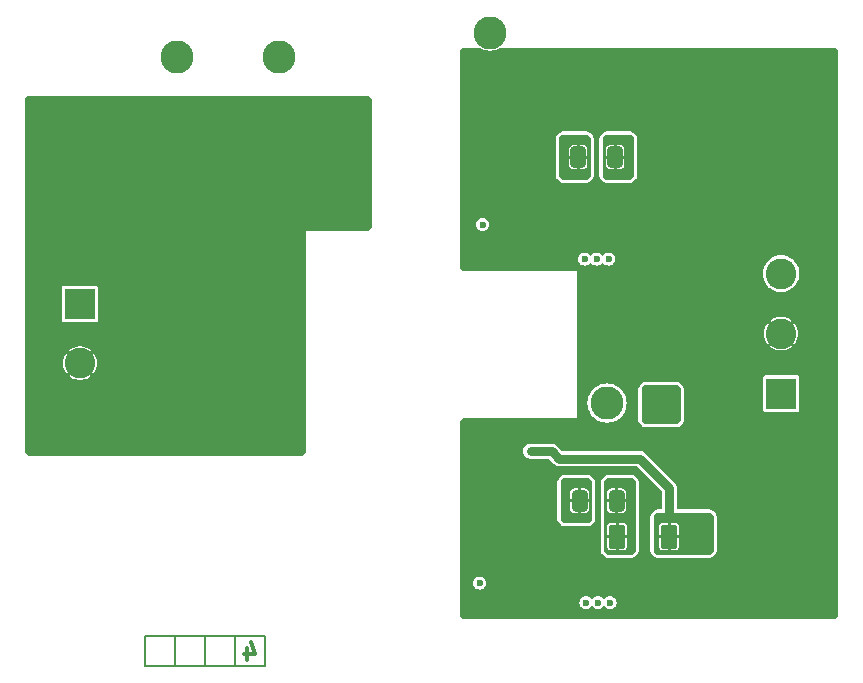
<source format=gbr>
G04 #@! TF.GenerationSoftware,KiCad,Pcbnew,8.0.6*
G04 #@! TF.CreationDate,2024-12-01T22:00:57+01:00*
G04 #@! TF.ProjectId,UCC25800,55434332-3538-4303-902e-6b696361645f,rev?*
G04 #@! TF.SameCoordinates,Original*
G04 #@! TF.FileFunction,Copper,L4,Bot*
G04 #@! TF.FilePolarity,Positive*
%FSLAX46Y46*%
G04 Gerber Fmt 4.6, Leading zero omitted, Abs format (unit mm)*
G04 Created by KiCad (PCBNEW 8.0.6) date 2024-12-01 22:00:57*
%MOMM*%
%LPD*%
G01*
G04 APERTURE LIST*
G04 Aperture macros list*
%AMRoundRect*
0 Rectangle with rounded corners*
0 $1 Rounding radius*
0 $2 $3 $4 $5 $6 $7 $8 $9 X,Y pos of 4 corners*
0 Add a 4 corners polygon primitive as box body*
4,1,4,$2,$3,$4,$5,$6,$7,$8,$9,$2,$3,0*
0 Add four circle primitives for the rounded corners*
1,1,$1+$1,$2,$3*
1,1,$1+$1,$4,$5*
1,1,$1+$1,$6,$7*
1,1,$1+$1,$8,$9*
0 Add four rect primitives between the rounded corners*
20,1,$1+$1,$2,$3,$4,$5,0*
20,1,$1+$1,$4,$5,$6,$7,0*
20,1,$1+$1,$6,$7,$8,$9,0*
20,1,$1+$1,$8,$9,$2,$3,0*%
G04 Aperture macros list end*
G04 #@! TA.AperFunction,NonConductor*
%ADD10C,0.200000*%
G04 #@! TD*
%ADD11C,0.300000*%
G04 #@! TA.AperFunction,NonConductor*
%ADD12C,0.300000*%
G04 #@! TD*
G04 #@! TA.AperFunction,ComponentPad*
%ADD13C,2.800000*%
G04 #@! TD*
G04 #@! TA.AperFunction,ComponentPad*
%ADD14R,2.600000X2.600000*%
G04 #@! TD*
G04 #@! TA.AperFunction,ComponentPad*
%ADD15C,2.600000*%
G04 #@! TD*
G04 #@! TA.AperFunction,HeatsinkPad*
%ADD16C,0.600000*%
G04 #@! TD*
G04 #@! TA.AperFunction,HeatsinkPad*
%ADD17R,1.570000X1.890000*%
G04 #@! TD*
G04 #@! TA.AperFunction,SMDPad,CuDef*
%ADD18RoundRect,0.250000X0.412500X0.650000X-0.412500X0.650000X-0.412500X-0.650000X0.412500X-0.650000X0*%
G04 #@! TD*
G04 #@! TA.AperFunction,SMDPad,CuDef*
%ADD19RoundRect,0.250000X0.450000X0.800000X-0.450000X0.800000X-0.450000X-0.800000X0.450000X-0.800000X0*%
G04 #@! TD*
G04 #@! TA.AperFunction,ViaPad*
%ADD20C,0.600000*%
G04 #@! TD*
G04 #@! TA.AperFunction,Conductor*
%ADD21C,0.762000*%
G04 #@! TD*
G04 APERTURE END LIST*
D10*
X135890000Y-115570000D02*
X138430000Y-115570000D01*
X138430000Y-118110000D01*
X135890000Y-118110000D01*
X135890000Y-115570000D01*
X138430000Y-115570000D02*
X140970000Y-115570000D01*
X140970000Y-118110000D01*
X138430000Y-118110000D01*
X138430000Y-115570000D01*
X130810000Y-115570000D02*
X133350000Y-115570000D01*
X133350000Y-118110000D01*
X130810000Y-118110000D01*
X130810000Y-115570000D01*
X133350000Y-115570000D02*
X135890000Y-115570000D01*
X135890000Y-118110000D01*
X133350000Y-118110000D01*
X133350000Y-115570000D01*
D11*
D12*
X139417032Y-116656828D02*
X139417032Y-117656828D01*
X139774174Y-116085400D02*
X140131317Y-117156828D01*
X140131317Y-117156828D02*
X139202746Y-117156828D01*
D13*
G04 #@! TO.P,TP4,1,1*
G04 #@! TO.N,GND*
X160020000Y-64516000D03*
G04 #@! TD*
G04 #@! TO.P,TP3,1,1*
G04 #@! TO.N,+24V*
X169926000Y-95885000D03*
G04 #@! TD*
D14*
G04 #@! TO.P,J1,1,Pin_1*
G04 #@! TO.N,Net-(J1-Pin_1)*
X125298000Y-87500000D03*
D15*
G04 #@! TO.P,J1,2,Pin_2*
G04 #@! TO.N,GNDS*
X125298000Y-92500000D03*
G04 #@! TD*
D14*
G04 #@! TO.P,J2,1,Pin_1*
G04 #@! TO.N,+18V*
X184658000Y-95080000D03*
D15*
G04 #@! TO.P,J2,2,Pin_2*
G04 #@! TO.N,GND*
X184658000Y-90000000D03*
G04 #@! TO.P,J2,3,Pin_3*
G04 #@! TO.N,-18V*
X184658000Y-84920000D03*
G04 #@! TD*
D13*
G04 #@! TO.P,TP1,1,1*
G04 #@! TO.N,Net-(U1-VCC)*
X133477000Y-66548000D03*
G04 #@! TD*
G04 #@! TO.P,TP2,1,1*
G04 #@! TO.N,GNDS*
X142113000Y-66548000D03*
G04 #@! TD*
D16*
G04 #@! TO.P,U1,9,GND*
G04 #@! TO.N,GNDS*
X138453000Y-94478000D03*
X138453000Y-95768000D03*
D17*
X138938000Y-95123000D03*
D16*
X139423000Y-94478000D03*
X139423000Y-95768000D03*
G04 #@! TD*
D18*
G04 #@! TO.P,C21,1*
G04 #@! TO.N,Net-(D4-A)*
X170726500Y-104140000D03*
G04 #@! TO.P,C21,2*
G04 #@! TO.N,Net-(U2-SW)*
X167601500Y-104140000D03*
G04 #@! TD*
G04 #@! TO.P,C22,1*
G04 #@! TO.N,Net-(D5-A)*
X170599500Y-75057000D03*
G04 #@! TO.P,C22,2*
G04 #@! TO.N,Net-(U4-SW)*
X167474500Y-75057000D03*
G04 #@! TD*
D19*
G04 #@! TO.P,D4,1,K*
G04 #@! TO.N,Net-(D4-K)*
X175174000Y-107188000D03*
G04 #@! TO.P,D4,2,A*
G04 #@! TO.N,Net-(D4-A)*
X170774000Y-107188000D03*
G04 #@! TD*
D20*
G04 #@! TO.N,GNDS*
X139954000Y-98806000D03*
X142875000Y-97917000D03*
X143637000Y-97155000D03*
X133350000Y-85598000D03*
X133350000Y-89154000D03*
X143637000Y-97917000D03*
X149479000Y-76327000D03*
X133350000Y-86614000D03*
X140843000Y-83947000D03*
X149479000Y-78359000D03*
X132334000Y-94107000D03*
X138938000Y-98806000D03*
X142875000Y-97155000D03*
X142875000Y-83947000D03*
X122428000Y-77470000D03*
X122428000Y-78486000D03*
X122428000Y-79502000D03*
X133350000Y-87630000D03*
X141859000Y-83947000D03*
X133350000Y-98298000D03*
X149479000Y-77343000D03*
X133350000Y-91186000D03*
X137922000Y-98806000D03*
X133350000Y-90170000D03*
G04 #@! TO.N,GND*
X174498000Y-86995000D03*
X159766000Y-81788000D03*
X174498000Y-85979000D03*
X174371000Y-68453000D03*
X163830000Y-110871000D03*
X188849000Y-105791000D03*
X161925000Y-76708000D03*
X174371000Y-69469000D03*
X176022000Y-79248000D03*
X174371000Y-80772000D03*
X175514000Y-85979000D03*
X186182000Y-71755000D03*
X185420000Y-110871000D03*
X178308000Y-79502000D03*
X185420000Y-109855000D03*
X169164000Y-99060000D03*
X174371000Y-82804000D03*
X187198000Y-71755000D03*
X174371000Y-110871000D03*
X188214000Y-71755000D03*
X173482000Y-85979000D03*
X163830000Y-111887000D03*
X188849000Y-103759000D03*
X174625000Y-100203000D03*
X173482000Y-86995000D03*
X175514000Y-84963000D03*
X161671000Y-106807000D03*
X163322000Y-102616000D03*
X175514000Y-86995000D03*
X185420000Y-111887000D03*
X174371000Y-109855000D03*
X175006000Y-79248000D03*
X168148000Y-99060000D03*
X174371000Y-81788000D03*
X163830000Y-109855000D03*
X163703000Y-82804000D03*
X163703000Y-81788000D03*
X159893000Y-112014000D03*
X173482000Y-84963000D03*
X163703000Y-68453000D03*
X159131000Y-104140000D03*
X163703000Y-67437000D03*
X174371000Y-67437000D03*
X188849000Y-104775000D03*
X177038000Y-79248000D03*
X174498000Y-84963000D03*
X170180000Y-99060000D03*
X163703000Y-80772000D03*
X159385000Y-73787000D03*
X163703000Y-69469000D03*
X174371000Y-111887000D03*
G04 #@! TO.N,+24V*
X175514000Y-96012000D03*
X175514000Y-94996000D03*
X173482000Y-97028000D03*
X173482000Y-96012000D03*
X175514000Y-97028000D03*
X170053000Y-83693000D03*
X174498000Y-96012000D03*
X174498000Y-94996000D03*
X168148000Y-112776000D03*
X174498000Y-97028000D03*
X173482000Y-94996000D03*
X169037000Y-83693000D03*
X170180000Y-112776000D03*
X169164000Y-112776000D03*
X159385000Y-80772000D03*
X168021000Y-83693000D03*
X159131000Y-111125000D03*
G04 #@! TO.N,Net-(D4-K)*
X178435000Y-107569000D03*
X163449000Y-99949000D03*
X177419000Y-106553000D03*
X178435000Y-106553000D03*
X177419000Y-107569000D03*
G04 #@! TO.N,Net-(D4-A)*
X171831000Y-104140000D03*
X171831000Y-105410000D03*
X171831000Y-102870000D03*
G04 #@! TO.N,Net-(U2-SW)*
X166497000Y-102870000D03*
X166497000Y-104140000D03*
X166497000Y-105410000D03*
G04 #@! TO.N,Net-(D5-A)*
X171704000Y-76327000D03*
X171704000Y-75057000D03*
X171704000Y-73787000D03*
G04 #@! TO.N,Net-(U4-SW)*
X166370000Y-73787000D03*
X166370000Y-75057000D03*
X166370000Y-76327000D03*
G04 #@! TD*
D21*
G04 #@! TO.N,Net-(D4-K)*
X163449000Y-99949000D02*
X165227000Y-99949000D01*
X165227000Y-99949000D02*
X165862000Y-100584000D01*
X175174000Y-103038000D02*
X175174000Y-105410000D01*
X172720000Y-100584000D02*
X175174000Y-103038000D01*
X165862000Y-100584000D02*
X172720000Y-100584000D01*
G04 #@! TD*
G04 #@! TA.AperFunction,Conductor*
G04 #@! TO.N,GNDS*
G36*
X149751306Y-69868306D02*
G01*
X149968694Y-70085694D01*
X149987000Y-70129888D01*
X149987000Y-81000112D01*
X149968694Y-81044306D01*
X149751306Y-81261694D01*
X149707112Y-81280000D01*
X144399000Y-81280000D01*
X144399000Y-81534000D01*
X144399000Y-100050112D01*
X144380694Y-100094306D01*
X144163306Y-100311694D01*
X144119112Y-100330000D01*
X120929888Y-100330000D01*
X120885694Y-100311694D01*
X120668306Y-100094306D01*
X120650000Y-100050112D01*
X120650000Y-92500000D01*
X123866109Y-92500000D01*
X123885638Y-92735682D01*
X123885640Y-92735692D01*
X123943689Y-92964921D01*
X123943694Y-92964936D01*
X124038690Y-93181507D01*
X124038692Y-93181510D01*
X124168036Y-93379484D01*
X124168040Y-93379489D01*
X124202005Y-93416386D01*
X124202006Y-93416387D01*
X124757436Y-92860957D01*
X124793112Y-92914351D01*
X124883649Y-93004888D01*
X124937041Y-93040563D01*
X124382145Y-93595458D01*
X124382146Y-93595459D01*
X124514828Y-93698730D01*
X124514830Y-93698731D01*
X124722815Y-93811287D01*
X124946491Y-93888075D01*
X125179758Y-93927000D01*
X125416242Y-93927000D01*
X125649508Y-93888075D01*
X125873183Y-93811287D01*
X125873184Y-93811287D01*
X126081170Y-93698730D01*
X126213853Y-93595458D01*
X125658958Y-93040563D01*
X125712351Y-93004888D01*
X125802888Y-92914351D01*
X125838563Y-92860957D01*
X126393992Y-93416386D01*
X126427964Y-93379483D01*
X126557307Y-93181510D01*
X126557309Y-93181507D01*
X126652305Y-92964936D01*
X126652310Y-92964921D01*
X126710359Y-92735692D01*
X126710361Y-92735682D01*
X126729890Y-92500000D01*
X126710361Y-92264317D01*
X126710359Y-92264307D01*
X126652310Y-92035078D01*
X126652305Y-92035063D01*
X126557309Y-91818492D01*
X126557307Y-91818489D01*
X126427963Y-91620515D01*
X126427959Y-91620510D01*
X126393993Y-91583612D01*
X126393992Y-91583611D01*
X125838562Y-92139040D01*
X125802888Y-92085649D01*
X125712351Y-91995112D01*
X125658957Y-91959435D01*
X126213853Y-91404540D01*
X126081171Y-91301269D01*
X126081169Y-91301268D01*
X125873184Y-91188712D01*
X125649508Y-91111924D01*
X125416242Y-91073000D01*
X125179758Y-91073000D01*
X124946491Y-91111924D01*
X124722816Y-91188712D01*
X124722815Y-91188712D01*
X124514833Y-91301266D01*
X124382145Y-91404540D01*
X124937041Y-91959436D01*
X124883649Y-91995112D01*
X124793112Y-92085649D01*
X124757436Y-92139041D01*
X124202006Y-91583611D01*
X124202004Y-91583612D01*
X124168040Y-91620509D01*
X124168035Y-91620516D01*
X124038692Y-91818489D01*
X124038690Y-91818492D01*
X123943694Y-92035063D01*
X123943689Y-92035078D01*
X123885640Y-92264307D01*
X123885638Y-92264317D01*
X123866109Y-92500000D01*
X120650000Y-92500000D01*
X120650000Y-86174932D01*
X123743500Y-86174932D01*
X123743500Y-88825064D01*
X123743501Y-88825068D01*
X123758265Y-88899299D01*
X123758267Y-88899303D01*
X123814515Y-88983484D01*
X123898697Y-89039733D01*
X123898699Y-89039734D01*
X123972933Y-89054500D01*
X126623066Y-89054499D01*
X126697301Y-89039734D01*
X126781484Y-88983484D01*
X126837734Y-88899301D01*
X126852500Y-88825067D01*
X126852499Y-86174934D01*
X126837734Y-86100699D01*
X126837732Y-86100696D01*
X126781484Y-86016515D01*
X126697302Y-85960266D01*
X126697300Y-85960265D01*
X126623067Y-85945500D01*
X123972935Y-85945500D01*
X123972931Y-85945501D01*
X123898700Y-85960265D01*
X123898696Y-85960267D01*
X123814515Y-86016515D01*
X123758266Y-86100697D01*
X123758265Y-86100699D01*
X123743500Y-86174932D01*
X120650000Y-86174932D01*
X120650000Y-70129888D01*
X120668306Y-70085694D01*
X120885694Y-69868306D01*
X120929888Y-69850000D01*
X149707112Y-69850000D01*
X149751306Y-69868306D01*
G37*
G04 #@! TD.AperFunction*
G04 #@! TD*
G04 #@! TA.AperFunction,Conductor*
G04 #@! TO.N,Net-(D5-A)*
G36*
X171976306Y-73170306D02*
G01*
X172193694Y-73387694D01*
X172212000Y-73431888D01*
X172212000Y-76682112D01*
X172193694Y-76726306D01*
X171976306Y-76943694D01*
X171932112Y-76962000D01*
X169824888Y-76962000D01*
X169780694Y-76943694D01*
X169563306Y-76726306D01*
X169545000Y-76682112D01*
X169545000Y-75742777D01*
X169810001Y-75742777D01*
X169820676Y-75816056D01*
X169820678Y-75816060D01*
X169875936Y-75929095D01*
X169964904Y-76018063D01*
X170077941Y-76073322D01*
X170151221Y-76083999D01*
X170472500Y-76083999D01*
X170726500Y-76083999D01*
X171047778Y-76083999D01*
X171121056Y-76073323D01*
X171121060Y-76073321D01*
X171234095Y-76018063D01*
X171323063Y-75929095D01*
X171378322Y-75816058D01*
X171389000Y-75742778D01*
X171389000Y-75184000D01*
X170726500Y-75184000D01*
X170726500Y-76083999D01*
X170472500Y-76083999D01*
X170472500Y-75184000D01*
X169810001Y-75184000D01*
X169810001Y-75742777D01*
X169545000Y-75742777D01*
X169545000Y-74371221D01*
X169810000Y-74371221D01*
X169810000Y-74930000D01*
X170472500Y-74930000D01*
X170726500Y-74930000D01*
X171388999Y-74930000D01*
X171388999Y-74371222D01*
X171378323Y-74297943D01*
X171378321Y-74297939D01*
X171323063Y-74184904D01*
X171234095Y-74095936D01*
X171121058Y-74040677D01*
X171047778Y-74030000D01*
X170726500Y-74030000D01*
X170726500Y-74930000D01*
X170472500Y-74930000D01*
X170472500Y-74030000D01*
X170151222Y-74030000D01*
X170077943Y-74040676D01*
X170077939Y-74040678D01*
X169964904Y-74095936D01*
X169875936Y-74184904D01*
X169820677Y-74297941D01*
X169810000Y-74371221D01*
X169545000Y-74371221D01*
X169545000Y-73431888D01*
X169563306Y-73387694D01*
X169780694Y-73170306D01*
X169824888Y-73152000D01*
X171932112Y-73152000D01*
X171976306Y-73170306D01*
G37*
G04 #@! TD.AperFunction*
G04 #@! TD*
G04 #@! TA.AperFunction,Conductor*
G04 #@! TO.N,Net-(D4-A)*
G36*
X172103306Y-102253306D02*
G01*
X172320694Y-102470694D01*
X172339000Y-102514888D01*
X172339000Y-108432112D01*
X172320694Y-108476306D01*
X172103306Y-108693694D01*
X172059112Y-108712000D01*
X169951888Y-108712000D01*
X169907694Y-108693694D01*
X169690306Y-108476306D01*
X169672000Y-108432112D01*
X169672000Y-108023777D01*
X169947001Y-108023777D01*
X169957676Y-108097056D01*
X169957678Y-108097060D01*
X170012936Y-108210095D01*
X170101904Y-108299063D01*
X170214941Y-108354322D01*
X170288221Y-108364999D01*
X170647000Y-108364999D01*
X170901000Y-108364999D01*
X171259778Y-108364999D01*
X171333056Y-108354323D01*
X171333060Y-108354321D01*
X171446095Y-108299063D01*
X171535063Y-108210095D01*
X171590322Y-108097058D01*
X171601000Y-108023778D01*
X171601000Y-107315000D01*
X170901000Y-107315000D01*
X170901000Y-108364999D01*
X170647000Y-108364999D01*
X170647000Y-107315000D01*
X169947001Y-107315000D01*
X169947001Y-108023777D01*
X169672000Y-108023777D01*
X169672000Y-106352221D01*
X169947000Y-106352221D01*
X169947000Y-107061000D01*
X170647000Y-107061000D01*
X170901000Y-107061000D01*
X171600999Y-107061000D01*
X171600999Y-106352222D01*
X171590323Y-106278943D01*
X171590321Y-106278939D01*
X171535063Y-106165904D01*
X171446095Y-106076936D01*
X171333058Y-106021677D01*
X171259778Y-106011000D01*
X170901000Y-106011000D01*
X170901000Y-107061000D01*
X170647000Y-107061000D01*
X170647000Y-106011000D01*
X170288222Y-106011000D01*
X170214943Y-106021676D01*
X170214939Y-106021678D01*
X170101904Y-106076936D01*
X170012936Y-106165904D01*
X169957677Y-106278941D01*
X169947000Y-106352221D01*
X169672000Y-106352221D01*
X169672000Y-104825777D01*
X169937001Y-104825777D01*
X169947676Y-104899056D01*
X169947678Y-104899060D01*
X170002936Y-105012095D01*
X170091904Y-105101063D01*
X170204941Y-105156322D01*
X170278221Y-105166999D01*
X170599500Y-105166999D01*
X170853500Y-105166999D01*
X171174778Y-105166999D01*
X171248056Y-105156323D01*
X171248060Y-105156321D01*
X171361095Y-105101063D01*
X171450063Y-105012095D01*
X171505322Y-104899058D01*
X171516000Y-104825778D01*
X171516000Y-104267000D01*
X170853500Y-104267000D01*
X170853500Y-105166999D01*
X170599500Y-105166999D01*
X170599500Y-104267000D01*
X169937001Y-104267000D01*
X169937001Y-104825777D01*
X169672000Y-104825777D01*
X169672000Y-103454221D01*
X169937000Y-103454221D01*
X169937000Y-104013000D01*
X170599500Y-104013000D01*
X170853500Y-104013000D01*
X171515999Y-104013000D01*
X171515999Y-103454222D01*
X171505323Y-103380943D01*
X171505321Y-103380939D01*
X171450063Y-103267904D01*
X171361095Y-103178936D01*
X171248058Y-103123677D01*
X171174778Y-103113000D01*
X170853500Y-103113000D01*
X170853500Y-104013000D01*
X170599500Y-104013000D01*
X170599500Y-103113000D01*
X170278222Y-103113000D01*
X170204943Y-103123676D01*
X170204939Y-103123678D01*
X170091904Y-103178936D01*
X170002936Y-103267904D01*
X169947677Y-103380941D01*
X169937000Y-103454221D01*
X169672000Y-103454221D01*
X169672000Y-102514888D01*
X169690306Y-102470694D01*
X169907694Y-102253306D01*
X169951888Y-102235000D01*
X172059112Y-102235000D01*
X172103306Y-102253306D01*
G37*
G04 #@! TD.AperFunction*
G04 #@! TD*
G04 #@! TA.AperFunction,Conductor*
G04 #@! TO.N,GND*
G36*
X159184984Y-65795210D02*
G01*
X159324614Y-65880774D01*
X159324617Y-65880776D01*
X159546668Y-65972752D01*
X159546677Y-65972755D01*
X159780388Y-66028864D01*
X159780392Y-66028865D01*
X160019996Y-66047722D01*
X160020004Y-66047722D01*
X160259607Y-66028865D01*
X160259611Y-66028864D01*
X160493322Y-65972755D01*
X160493331Y-65972752D01*
X160715382Y-65880776D01*
X160715385Y-65880774D01*
X160855016Y-65795210D01*
X160887672Y-65786000D01*
X189204112Y-65786000D01*
X189248306Y-65804306D01*
X189465694Y-66021694D01*
X189484000Y-66065888D01*
X189484000Y-113893112D01*
X189465694Y-113937306D01*
X189248306Y-114154694D01*
X189204112Y-114173000D01*
X157759888Y-114173000D01*
X157715694Y-114154694D01*
X157498306Y-113937306D01*
X157480000Y-113893112D01*
X157480000Y-112775998D01*
X167588715Y-112775998D01*
X167588715Y-112776001D01*
X167607770Y-112920747D01*
X167607771Y-112920753D01*
X167607772Y-112920754D01*
X167663645Y-113055643D01*
X167752526Y-113171474D01*
X167868357Y-113260355D01*
X168003246Y-113316228D01*
X168003250Y-113316228D01*
X168003252Y-113316229D01*
X168147998Y-113335285D01*
X168148000Y-113335285D01*
X168148002Y-113335285D01*
X168292747Y-113316229D01*
X168292747Y-113316228D01*
X168292754Y-113316228D01*
X168427643Y-113260355D01*
X168543474Y-113171474D01*
X168606415Y-113089447D01*
X168647842Y-113065530D01*
X168694047Y-113077910D01*
X168705583Y-113089446D01*
X168768526Y-113171474D01*
X168884357Y-113260355D01*
X169019246Y-113316228D01*
X169019250Y-113316228D01*
X169019252Y-113316229D01*
X169163998Y-113335285D01*
X169164000Y-113335285D01*
X169164002Y-113335285D01*
X169308747Y-113316229D01*
X169308747Y-113316228D01*
X169308754Y-113316228D01*
X169443643Y-113260355D01*
X169559474Y-113171474D01*
X169622415Y-113089447D01*
X169663842Y-113065530D01*
X169710047Y-113077910D01*
X169721583Y-113089446D01*
X169784526Y-113171474D01*
X169900357Y-113260355D01*
X170035246Y-113316228D01*
X170035250Y-113316228D01*
X170035252Y-113316229D01*
X170179998Y-113335285D01*
X170180000Y-113335285D01*
X170180002Y-113335285D01*
X170324747Y-113316229D01*
X170324747Y-113316228D01*
X170324754Y-113316228D01*
X170459643Y-113260355D01*
X170575474Y-113171474D01*
X170664355Y-113055643D01*
X170720228Y-112920754D01*
X170739285Y-112776000D01*
X170720228Y-112631246D01*
X170664355Y-112496358D01*
X170575474Y-112380526D01*
X170575472Y-112380525D01*
X170575472Y-112380524D01*
X170540349Y-112353574D01*
X170459643Y-112291645D01*
X170459639Y-112291643D01*
X170324757Y-112235773D01*
X170324747Y-112235770D01*
X170180002Y-112216715D01*
X170179998Y-112216715D01*
X170035252Y-112235770D01*
X170035242Y-112235773D01*
X169900360Y-112291643D01*
X169784525Y-112380526D01*
X169721583Y-112462553D01*
X169680157Y-112486470D01*
X169633951Y-112474089D01*
X169622417Y-112462555D01*
X169559474Y-112380526D01*
X169443643Y-112291645D01*
X169443639Y-112291643D01*
X169308757Y-112235773D01*
X169308747Y-112235770D01*
X169164002Y-112216715D01*
X169163998Y-112216715D01*
X169019252Y-112235770D01*
X169019242Y-112235773D01*
X168884360Y-112291643D01*
X168768525Y-112380526D01*
X168705583Y-112462553D01*
X168664157Y-112486470D01*
X168617951Y-112474089D01*
X168606417Y-112462555D01*
X168543474Y-112380526D01*
X168427643Y-112291645D01*
X168427639Y-112291643D01*
X168292757Y-112235773D01*
X168292747Y-112235770D01*
X168148002Y-112216715D01*
X168147998Y-112216715D01*
X168003252Y-112235770D01*
X168003242Y-112235773D01*
X167868360Y-112291643D01*
X167752525Y-112380525D01*
X167663643Y-112496360D01*
X167607773Y-112631242D01*
X167607770Y-112631252D01*
X167588715Y-112775998D01*
X157480000Y-112775998D01*
X157480000Y-111124998D01*
X158571715Y-111124998D01*
X158571715Y-111125001D01*
X158590770Y-111269747D01*
X158590771Y-111269753D01*
X158590772Y-111269754D01*
X158646645Y-111404643D01*
X158735526Y-111520474D01*
X158851357Y-111609355D01*
X158986246Y-111665228D01*
X158986250Y-111665228D01*
X158986252Y-111665229D01*
X159130998Y-111684285D01*
X159131000Y-111684285D01*
X159131002Y-111684285D01*
X159275747Y-111665229D01*
X159275747Y-111665228D01*
X159275754Y-111665228D01*
X159410643Y-111609355D01*
X159526474Y-111520474D01*
X159615355Y-111404643D01*
X159671228Y-111269754D01*
X159690285Y-111125000D01*
X159671228Y-110980246D01*
X159615355Y-110845358D01*
X159526474Y-110729526D01*
X159526472Y-110729525D01*
X159526472Y-110729524D01*
X159491349Y-110702574D01*
X159410643Y-110640645D01*
X159410639Y-110640643D01*
X159275757Y-110584773D01*
X159275747Y-110584770D01*
X159131002Y-110565715D01*
X159130998Y-110565715D01*
X158986252Y-110584770D01*
X158986242Y-110584773D01*
X158851360Y-110640643D01*
X158735525Y-110729525D01*
X158646643Y-110845360D01*
X158590773Y-110980242D01*
X158590770Y-110980252D01*
X158571715Y-111124998D01*
X157480000Y-111124998D01*
X157480000Y-108432112D01*
X169412499Y-108432112D01*
X169432253Y-108531418D01*
X169445197Y-108562665D01*
X169450560Y-108575613D01*
X169506812Y-108659800D01*
X169724200Y-108877188D01*
X169808387Y-108933440D01*
X169849753Y-108950574D01*
X169851976Y-108951626D01*
X169852581Y-108951746D01*
X169852582Y-108951747D01*
X169951888Y-108971500D01*
X172059112Y-108971500D01*
X172059113Y-108971500D01*
X172158419Y-108951746D01*
X172202613Y-108933440D01*
X172286800Y-108877188D01*
X172504188Y-108659800D01*
X172560440Y-108575613D01*
X172577578Y-108534238D01*
X172578626Y-108532021D01*
X172578746Y-108531419D01*
X172578747Y-108531418D01*
X172598500Y-108432112D01*
X172598500Y-102514887D01*
X172578746Y-102415581D01*
X172560440Y-102371387D01*
X172504188Y-102287200D01*
X172286800Y-102069812D01*
X172202613Y-102013560D01*
X172202612Y-102013559D01*
X172202610Y-102013558D01*
X172161261Y-101996431D01*
X172159026Y-101995374D01*
X172059112Y-101975500D01*
X169951887Y-101975500D01*
X169935411Y-101978777D01*
X169852581Y-101995253D01*
X169808389Y-102013559D01*
X169808385Y-102013561D01*
X169724200Y-102069811D01*
X169506811Y-102287200D01*
X169450561Y-102371385D01*
X169450560Y-102371386D01*
X169433431Y-102412739D01*
X169432374Y-102414973D01*
X169412500Y-102514887D01*
X169412500Y-108432112D01*
X169412499Y-108432112D01*
X157480000Y-108432112D01*
X157480000Y-105765112D01*
X165729499Y-105765112D01*
X165749253Y-105864418D01*
X165762197Y-105895665D01*
X165767560Y-105908613D01*
X165823812Y-105992800D01*
X166041200Y-106210188D01*
X166125387Y-106266440D01*
X166166753Y-106283574D01*
X166168976Y-106284626D01*
X166169581Y-106284746D01*
X166169582Y-106284747D01*
X166268888Y-106304500D01*
X168376112Y-106304500D01*
X168376113Y-106304500D01*
X168475419Y-106284746D01*
X168519613Y-106266440D01*
X168603800Y-106210188D01*
X168821188Y-105992800D01*
X168877440Y-105908613D01*
X168894578Y-105867238D01*
X168895626Y-105865021D01*
X168895746Y-105864419D01*
X168895747Y-105864418D01*
X168915500Y-105765112D01*
X168915500Y-102514887D01*
X168895746Y-102415581D01*
X168877440Y-102371387D01*
X168821188Y-102287200D01*
X168603800Y-102069812D01*
X168519613Y-102013560D01*
X168519612Y-102013559D01*
X168519610Y-102013558D01*
X168478261Y-101996431D01*
X168476026Y-101995374D01*
X168376112Y-101975500D01*
X166268887Y-101975500D01*
X166252411Y-101978777D01*
X166169581Y-101995253D01*
X166125389Y-102013559D01*
X166125385Y-102013561D01*
X166041200Y-102069811D01*
X165823811Y-102287200D01*
X165767561Y-102371385D01*
X165767560Y-102371386D01*
X165750431Y-102412739D01*
X165749374Y-102414973D01*
X165729500Y-102514887D01*
X165729500Y-105765112D01*
X165729499Y-105765112D01*
X157480000Y-105765112D01*
X157480000Y-99886408D01*
X162813500Y-99886408D01*
X162813500Y-100011591D01*
X162837921Y-100134367D01*
X162837921Y-100134368D01*
X162885827Y-100250022D01*
X162955375Y-100354108D01*
X163043892Y-100442625D01*
X163147978Y-100512173D01*
X163263631Y-100560078D01*
X163386409Y-100584500D01*
X164937879Y-100584500D01*
X164982073Y-100602806D01*
X165368375Y-100989108D01*
X165456892Y-101077625D01*
X165560978Y-101147173D01*
X165676631Y-101195078D01*
X165799409Y-101219500D01*
X172430879Y-101219500D01*
X172475073Y-101237806D01*
X174520194Y-103282927D01*
X174538500Y-103327121D01*
X174538500Y-104834000D01*
X174520194Y-104878194D01*
X174476000Y-104896500D01*
X174142887Y-104896500D01*
X174126411Y-104899777D01*
X174043581Y-104916253D01*
X173999389Y-104934559D01*
X173999385Y-104934561D01*
X173915200Y-104990811D01*
X173697811Y-105208200D01*
X173641561Y-105292385D01*
X173641560Y-105292386D01*
X173624431Y-105333739D01*
X173623374Y-105335973D01*
X173603500Y-105435887D01*
X173603500Y-108432112D01*
X173603499Y-108432112D01*
X173623253Y-108531418D01*
X173636197Y-108562665D01*
X173641560Y-108575613D01*
X173697812Y-108659800D01*
X173915200Y-108877188D01*
X173999387Y-108933440D01*
X174040753Y-108950574D01*
X174042976Y-108951626D01*
X174043581Y-108951746D01*
X174043582Y-108951747D01*
X174142888Y-108971500D01*
X178663112Y-108971500D01*
X178663113Y-108971500D01*
X178762419Y-108951746D01*
X178806613Y-108933440D01*
X178890800Y-108877188D01*
X179108188Y-108659800D01*
X179164440Y-108575613D01*
X179181578Y-108534238D01*
X179182626Y-108532021D01*
X179182746Y-108531419D01*
X179182747Y-108531418D01*
X179202500Y-108432112D01*
X179202500Y-105435887D01*
X179182746Y-105336581D01*
X179164440Y-105292387D01*
X179108188Y-105208200D01*
X178890800Y-104990812D01*
X178806613Y-104934560D01*
X178806612Y-104934559D01*
X178806610Y-104934558D01*
X178765261Y-104917431D01*
X178763026Y-104916374D01*
X178663112Y-104896500D01*
X175872000Y-104896500D01*
X175827806Y-104878194D01*
X175809500Y-104834000D01*
X175809500Y-102975409D01*
X175785078Y-102852631D01*
X175737173Y-102736978D01*
X175667625Y-102632892D01*
X175579108Y-102544375D01*
X173125108Y-100090375D01*
X173125107Y-100090374D01*
X173021024Y-100020828D01*
X173021022Y-100020827D01*
X172905367Y-99972921D01*
X172782591Y-99948500D01*
X166151121Y-99948500D01*
X166106927Y-99930194D01*
X165632107Y-99455374D01*
X165528024Y-99385828D01*
X165528022Y-99385827D01*
X165412367Y-99337921D01*
X165289591Y-99313500D01*
X163386409Y-99313500D01*
X163263632Y-99337921D01*
X163263631Y-99337921D01*
X163147977Y-99385827D01*
X163147975Y-99385828D01*
X163043892Y-99455374D01*
X162955374Y-99543892D01*
X162885828Y-99647975D01*
X162885827Y-99647977D01*
X162837921Y-99763631D01*
X162837921Y-99763632D01*
X162813500Y-99886408D01*
X157480000Y-99886408D01*
X157480000Y-97434888D01*
X157498306Y-97390694D01*
X157715694Y-97173306D01*
X157759888Y-97155000D01*
X167132000Y-97155000D01*
X167386000Y-97155000D01*
X167386000Y-95884995D01*
X168266384Y-95884995D01*
X168266384Y-95885004D01*
X168286815Y-96144609D01*
X168286817Y-96144620D01*
X168347609Y-96397844D01*
X168347612Y-96397853D01*
X168447268Y-96638445D01*
X168447270Y-96638448D01*
X168583340Y-96860495D01*
X168583344Y-96860501D01*
X168752470Y-97058523D01*
X168752476Y-97058529D01*
X168950498Y-97227655D01*
X168950502Y-97227658D01*
X169172550Y-97363729D01*
X169172552Y-97363730D01*
X169172554Y-97363731D01*
X169219347Y-97383113D01*
X169413150Y-97463389D01*
X169666379Y-97524183D01*
X169666388Y-97524183D01*
X169666390Y-97524184D01*
X169925996Y-97544616D01*
X169926000Y-97544616D01*
X169926004Y-97544616D01*
X170185609Y-97524184D01*
X170185609Y-97524183D01*
X170185621Y-97524183D01*
X170438850Y-97463389D01*
X170632655Y-97383112D01*
X172587499Y-97383112D01*
X172607253Y-97482418D01*
X172620197Y-97513665D01*
X172625560Y-97526613D01*
X172681812Y-97610800D01*
X172899200Y-97828188D01*
X172983387Y-97884440D01*
X173024753Y-97901574D01*
X173026976Y-97902626D01*
X173027581Y-97902746D01*
X173027582Y-97902747D01*
X173126888Y-97922500D01*
X175869112Y-97922500D01*
X175869113Y-97922500D01*
X175968419Y-97902746D01*
X176012613Y-97884440D01*
X176096800Y-97828188D01*
X176314188Y-97610800D01*
X176370440Y-97526613D01*
X176387578Y-97485238D01*
X176388626Y-97483021D01*
X176388746Y-97482419D01*
X176388747Y-97482418D01*
X176408500Y-97383112D01*
X176408500Y-94640887D01*
X176388746Y-94541581D01*
X176370440Y-94497387D01*
X176314188Y-94413200D01*
X176096800Y-94195812D01*
X176012613Y-94139560D01*
X176012612Y-94139559D01*
X176012610Y-94139558D01*
X175971261Y-94122431D01*
X175969026Y-94121374D01*
X175869112Y-94101500D01*
X173126887Y-94101500D01*
X173110411Y-94104777D01*
X173027581Y-94121253D01*
X172983389Y-94139559D01*
X172983385Y-94139561D01*
X172899200Y-94195811D01*
X172681811Y-94413200D01*
X172625561Y-94497385D01*
X172625560Y-94497386D01*
X172608431Y-94538739D01*
X172607374Y-94540973D01*
X172587500Y-94640887D01*
X172587500Y-97383112D01*
X172587499Y-97383112D01*
X170632655Y-97383112D01*
X170679450Y-97363729D01*
X170901498Y-97227658D01*
X171000512Y-97143092D01*
X171099523Y-97058529D01*
X171099529Y-97058523D01*
X171268655Y-96860501D01*
X171268658Y-96860498D01*
X171404729Y-96638450D01*
X171504389Y-96397850D01*
X171565183Y-96144621D01*
X171585616Y-95885000D01*
X171565183Y-95625379D01*
X171504389Y-95372150D01*
X171404729Y-95131550D01*
X171268658Y-94909502D01*
X171268655Y-94909498D01*
X171099529Y-94711476D01*
X171099523Y-94711470D01*
X170901501Y-94542344D01*
X170901495Y-94542340D01*
X170679448Y-94406270D01*
X170679445Y-94406268D01*
X170438853Y-94306612D01*
X170438844Y-94306609D01*
X170261646Y-94264068D01*
X170185621Y-94245817D01*
X170185619Y-94245816D01*
X170185609Y-94245815D01*
X169926004Y-94225384D01*
X169925996Y-94225384D01*
X169666390Y-94245815D01*
X169666379Y-94245817D01*
X169413155Y-94306609D01*
X169413146Y-94306612D01*
X169172554Y-94406268D01*
X169172551Y-94406270D01*
X168950504Y-94542340D01*
X168950498Y-94542344D01*
X168752476Y-94711470D01*
X168752470Y-94711476D01*
X168583344Y-94909498D01*
X168583340Y-94909504D01*
X168447270Y-95131551D01*
X168447268Y-95131554D01*
X168347612Y-95372146D01*
X168347609Y-95372155D01*
X168286817Y-95625379D01*
X168286815Y-95625390D01*
X168266384Y-95884995D01*
X167386000Y-95884995D01*
X167386000Y-93754932D01*
X183103500Y-93754932D01*
X183103500Y-96405064D01*
X183103501Y-96405068D01*
X183118265Y-96479299D01*
X183118267Y-96479303D01*
X183174515Y-96563484D01*
X183258697Y-96619733D01*
X183258699Y-96619734D01*
X183332933Y-96634500D01*
X185983066Y-96634499D01*
X186057301Y-96619734D01*
X186141484Y-96563484D01*
X186197734Y-96479301D01*
X186212500Y-96405067D01*
X186212499Y-93754934D01*
X186197734Y-93680699D01*
X186197732Y-93680696D01*
X186141484Y-93596515D01*
X186057302Y-93540266D01*
X186057300Y-93540265D01*
X185983067Y-93525500D01*
X183332935Y-93525500D01*
X183332931Y-93525501D01*
X183258700Y-93540265D01*
X183258696Y-93540267D01*
X183174515Y-93596515D01*
X183118266Y-93680697D01*
X183118265Y-93680699D01*
X183103500Y-93754932D01*
X167386000Y-93754932D01*
X167386000Y-90000000D01*
X183226109Y-90000000D01*
X183245638Y-90235682D01*
X183245640Y-90235692D01*
X183303689Y-90464921D01*
X183303694Y-90464936D01*
X183398690Y-90681507D01*
X183398692Y-90681510D01*
X183528036Y-90879484D01*
X183528040Y-90879489D01*
X183562005Y-90916386D01*
X183562006Y-90916387D01*
X184117436Y-90360957D01*
X184153112Y-90414351D01*
X184243649Y-90504888D01*
X184297041Y-90540563D01*
X183742145Y-91095458D01*
X183742146Y-91095459D01*
X183874828Y-91198730D01*
X183874830Y-91198731D01*
X184082815Y-91311287D01*
X184306491Y-91388075D01*
X184539758Y-91427000D01*
X184776242Y-91427000D01*
X185009508Y-91388075D01*
X185233183Y-91311287D01*
X185233184Y-91311287D01*
X185441170Y-91198730D01*
X185573853Y-91095458D01*
X185018958Y-90540563D01*
X185072351Y-90504888D01*
X185162888Y-90414351D01*
X185198563Y-90360957D01*
X185753992Y-90916386D01*
X185787964Y-90879483D01*
X185917307Y-90681510D01*
X185917309Y-90681507D01*
X186012305Y-90464936D01*
X186012310Y-90464921D01*
X186070359Y-90235692D01*
X186070361Y-90235682D01*
X186089890Y-90000000D01*
X186070361Y-89764317D01*
X186070359Y-89764307D01*
X186012310Y-89535078D01*
X186012305Y-89535063D01*
X185917309Y-89318492D01*
X185917307Y-89318489D01*
X185787963Y-89120515D01*
X185787959Y-89120510D01*
X185753993Y-89083612D01*
X185753992Y-89083611D01*
X185198562Y-89639040D01*
X185162888Y-89585649D01*
X185072351Y-89495112D01*
X185018957Y-89459435D01*
X185573853Y-88904540D01*
X185441171Y-88801269D01*
X185441169Y-88801268D01*
X185233184Y-88688712D01*
X185009508Y-88611924D01*
X184776242Y-88573000D01*
X184539758Y-88573000D01*
X184306491Y-88611924D01*
X184082816Y-88688712D01*
X184082815Y-88688712D01*
X183874833Y-88801266D01*
X183742145Y-88904540D01*
X184297041Y-89459436D01*
X184243649Y-89495112D01*
X184153112Y-89585649D01*
X184117436Y-89639041D01*
X183562006Y-89083611D01*
X183562004Y-89083612D01*
X183528040Y-89120509D01*
X183528035Y-89120516D01*
X183398692Y-89318489D01*
X183398690Y-89318492D01*
X183303694Y-89535063D01*
X183303689Y-89535078D01*
X183245640Y-89764307D01*
X183245638Y-89764317D01*
X183226109Y-90000000D01*
X167386000Y-90000000D01*
X167386000Y-84919995D01*
X183098693Y-84919995D01*
X183098693Y-84920004D01*
X183117889Y-85163922D01*
X183117890Y-85163926D01*
X183117891Y-85163929D01*
X183175011Y-85401852D01*
X183268647Y-85627911D01*
X183268648Y-85627912D01*
X183396491Y-85836534D01*
X183555402Y-86022597D01*
X183667603Y-86118424D01*
X183741462Y-86181506D01*
X183950089Y-86309353D01*
X184176148Y-86402989D01*
X184414071Y-86460109D01*
X184414073Y-86460109D01*
X184414077Y-86460110D01*
X184657996Y-86479307D01*
X184658000Y-86479307D01*
X184658004Y-86479307D01*
X184901922Y-86460110D01*
X184901924Y-86460109D01*
X184901929Y-86460109D01*
X185139852Y-86402989D01*
X185365911Y-86309353D01*
X185574538Y-86181506D01*
X185760597Y-86022597D01*
X185919506Y-85836538D01*
X186047353Y-85627911D01*
X186140989Y-85401852D01*
X186198109Y-85163929D01*
X186217307Y-84920000D01*
X186199260Y-84690694D01*
X186198110Y-84676077D01*
X186198109Y-84676073D01*
X186149429Y-84473306D01*
X186140989Y-84438148D01*
X186047353Y-84212089D01*
X185919506Y-84003462D01*
X185844430Y-83915559D01*
X185760597Y-83817402D01*
X185629225Y-83705201D01*
X185574538Y-83658494D01*
X185574536Y-83658492D01*
X185574534Y-83658491D01*
X185452214Y-83583533D01*
X185365911Y-83530647D01*
X185139852Y-83437011D01*
X185139846Y-83437009D01*
X185139845Y-83437009D01*
X184901926Y-83379890D01*
X184901922Y-83379889D01*
X184658004Y-83360693D01*
X184657996Y-83360693D01*
X184414077Y-83379889D01*
X184414073Y-83379890D01*
X184176154Y-83437009D01*
X184176150Y-83437010D01*
X184176148Y-83437011D01*
X183950089Y-83530647D01*
X183950087Y-83530648D01*
X183741465Y-83658491D01*
X183555402Y-83817402D01*
X183396491Y-84003465D01*
X183344398Y-84088474D01*
X183268647Y-84212089D01*
X183251998Y-84252285D01*
X183175009Y-84438154D01*
X183117890Y-84676073D01*
X183117889Y-84676077D01*
X183098693Y-84919995D01*
X167386000Y-84919995D01*
X167386000Y-84709000D01*
X167132000Y-84709000D01*
X157759888Y-84709000D01*
X157715694Y-84690694D01*
X157498306Y-84473306D01*
X157480000Y-84429112D01*
X157480000Y-83692998D01*
X167461715Y-83692998D01*
X167461715Y-83693001D01*
X167480770Y-83837747D01*
X167480771Y-83837753D01*
X167480772Y-83837754D01*
X167536645Y-83972643D01*
X167625526Y-84088474D01*
X167741357Y-84177355D01*
X167876246Y-84233228D01*
X167876250Y-84233228D01*
X167876252Y-84233229D01*
X168020998Y-84252285D01*
X168021000Y-84252285D01*
X168021002Y-84252285D01*
X168165747Y-84233229D01*
X168165747Y-84233228D01*
X168165754Y-84233228D01*
X168300643Y-84177355D01*
X168416474Y-84088474D01*
X168479415Y-84006447D01*
X168520842Y-83982530D01*
X168567047Y-83994910D01*
X168578583Y-84006446D01*
X168641526Y-84088474D01*
X168757357Y-84177355D01*
X168892246Y-84233228D01*
X168892250Y-84233228D01*
X168892252Y-84233229D01*
X169036998Y-84252285D01*
X169037000Y-84252285D01*
X169037002Y-84252285D01*
X169181747Y-84233229D01*
X169181747Y-84233228D01*
X169181754Y-84233228D01*
X169316643Y-84177355D01*
X169432474Y-84088474D01*
X169495415Y-84006447D01*
X169536842Y-83982530D01*
X169583047Y-83994910D01*
X169594583Y-84006446D01*
X169657526Y-84088474D01*
X169773357Y-84177355D01*
X169908246Y-84233228D01*
X169908250Y-84233228D01*
X169908252Y-84233229D01*
X170052998Y-84252285D01*
X170053000Y-84252285D01*
X170053002Y-84252285D01*
X170197747Y-84233229D01*
X170197747Y-84233228D01*
X170197754Y-84233228D01*
X170332643Y-84177355D01*
X170448474Y-84088474D01*
X170537355Y-83972643D01*
X170593228Y-83837754D01*
X170612285Y-83693000D01*
X170607742Y-83658494D01*
X170593229Y-83548252D01*
X170593228Y-83548250D01*
X170593228Y-83548246D01*
X170561000Y-83470441D01*
X170537357Y-83413362D01*
X170537356Y-83413361D01*
X170537355Y-83413358D01*
X170448474Y-83297526D01*
X170448472Y-83297525D01*
X170448472Y-83297524D01*
X170413349Y-83270574D01*
X170332643Y-83208645D01*
X170332639Y-83208643D01*
X170197757Y-83152773D01*
X170197747Y-83152770D01*
X170053002Y-83133715D01*
X170052998Y-83133715D01*
X169908252Y-83152770D01*
X169908242Y-83152773D01*
X169773360Y-83208643D01*
X169657525Y-83297526D01*
X169594583Y-83379553D01*
X169553157Y-83403470D01*
X169506951Y-83391089D01*
X169495417Y-83379555D01*
X169432474Y-83297526D01*
X169316643Y-83208645D01*
X169316639Y-83208643D01*
X169181757Y-83152773D01*
X169181747Y-83152770D01*
X169037002Y-83133715D01*
X169036998Y-83133715D01*
X168892252Y-83152770D01*
X168892242Y-83152773D01*
X168757360Y-83208643D01*
X168641525Y-83297526D01*
X168578583Y-83379553D01*
X168537157Y-83403470D01*
X168490951Y-83391089D01*
X168479417Y-83379555D01*
X168416474Y-83297526D01*
X168300643Y-83208645D01*
X168300639Y-83208643D01*
X168165757Y-83152773D01*
X168165747Y-83152770D01*
X168021002Y-83133715D01*
X168020998Y-83133715D01*
X167876252Y-83152770D01*
X167876242Y-83152773D01*
X167741360Y-83208643D01*
X167625525Y-83297525D01*
X167536643Y-83413360D01*
X167480773Y-83548242D01*
X167480770Y-83548252D01*
X167461715Y-83692998D01*
X157480000Y-83692998D01*
X157480000Y-80771998D01*
X158825715Y-80771998D01*
X158825715Y-80772001D01*
X158844770Y-80916747D01*
X158844771Y-80916753D01*
X158844772Y-80916754D01*
X158900645Y-81051643D01*
X158989526Y-81167474D01*
X159105357Y-81256355D01*
X159240246Y-81312228D01*
X159240250Y-81312228D01*
X159240252Y-81312229D01*
X159384998Y-81331285D01*
X159385000Y-81331285D01*
X159385002Y-81331285D01*
X159529747Y-81312229D01*
X159529747Y-81312228D01*
X159529754Y-81312228D01*
X159664643Y-81256355D01*
X159780474Y-81167474D01*
X159869355Y-81051643D01*
X159925228Y-80916754D01*
X159944285Y-80772000D01*
X159925228Y-80627246D01*
X159869355Y-80492358D01*
X159780474Y-80376526D01*
X159780472Y-80376525D01*
X159780472Y-80376524D01*
X159745349Y-80349574D01*
X159664643Y-80287645D01*
X159664639Y-80287643D01*
X159529757Y-80231773D01*
X159529747Y-80231770D01*
X159385002Y-80212715D01*
X159384998Y-80212715D01*
X159240252Y-80231770D01*
X159240242Y-80231773D01*
X159105360Y-80287643D01*
X158989525Y-80376525D01*
X158900643Y-80492360D01*
X158844773Y-80627242D01*
X158844770Y-80627252D01*
X158825715Y-80771998D01*
X157480000Y-80771998D01*
X157480000Y-76682112D01*
X165602499Y-76682112D01*
X165622253Y-76781418D01*
X165635197Y-76812665D01*
X165640560Y-76825613D01*
X165696812Y-76909800D01*
X165914200Y-77127188D01*
X165998387Y-77183440D01*
X166039753Y-77200574D01*
X166041976Y-77201626D01*
X166042581Y-77201746D01*
X166042582Y-77201747D01*
X166141888Y-77221500D01*
X168249112Y-77221500D01*
X168249113Y-77221500D01*
X168348419Y-77201746D01*
X168392613Y-77183440D01*
X168476800Y-77127188D01*
X168694188Y-76909800D01*
X168750440Y-76825613D01*
X168767578Y-76784238D01*
X168768626Y-76782021D01*
X168768746Y-76781419D01*
X168768747Y-76781418D01*
X168788500Y-76682112D01*
X169285499Y-76682112D01*
X169305253Y-76781418D01*
X169318197Y-76812665D01*
X169323560Y-76825613D01*
X169379812Y-76909800D01*
X169597200Y-77127188D01*
X169681387Y-77183440D01*
X169722753Y-77200574D01*
X169724976Y-77201626D01*
X169725581Y-77201746D01*
X169725582Y-77201747D01*
X169824888Y-77221500D01*
X171932112Y-77221500D01*
X171932113Y-77221500D01*
X172031419Y-77201746D01*
X172075613Y-77183440D01*
X172159800Y-77127188D01*
X172377188Y-76909800D01*
X172433440Y-76825613D01*
X172450578Y-76784238D01*
X172451626Y-76782021D01*
X172451746Y-76781419D01*
X172451747Y-76781418D01*
X172471500Y-76682112D01*
X172471500Y-73431887D01*
X172451746Y-73332581D01*
X172433440Y-73288387D01*
X172377188Y-73204200D01*
X172159800Y-72986812D01*
X172075613Y-72930560D01*
X172075612Y-72930559D01*
X172075610Y-72930558D01*
X172034261Y-72913431D01*
X172032026Y-72912374D01*
X171932112Y-72892500D01*
X169824887Y-72892500D01*
X169808411Y-72895777D01*
X169725581Y-72912253D01*
X169681389Y-72930559D01*
X169681385Y-72930561D01*
X169597200Y-72986811D01*
X169379811Y-73204200D01*
X169323561Y-73288385D01*
X169323560Y-73288386D01*
X169306431Y-73329739D01*
X169305374Y-73331973D01*
X169285500Y-73431887D01*
X169285500Y-76682112D01*
X169285499Y-76682112D01*
X168788500Y-76682112D01*
X168788500Y-73431887D01*
X168768746Y-73332581D01*
X168750440Y-73288387D01*
X168694188Y-73204200D01*
X168476800Y-72986812D01*
X168392613Y-72930560D01*
X168392612Y-72930559D01*
X168392610Y-72930558D01*
X168351261Y-72913431D01*
X168349026Y-72912374D01*
X168249112Y-72892500D01*
X166141887Y-72892500D01*
X166125411Y-72895777D01*
X166042581Y-72912253D01*
X165998389Y-72930559D01*
X165998385Y-72930561D01*
X165914200Y-72986811D01*
X165696811Y-73204200D01*
X165640561Y-73288385D01*
X165640560Y-73288386D01*
X165623431Y-73329739D01*
X165622374Y-73331973D01*
X165602500Y-73431887D01*
X165602500Y-76682112D01*
X165602499Y-76682112D01*
X157480000Y-76682112D01*
X157480000Y-66065888D01*
X157498306Y-66021694D01*
X157715694Y-65804306D01*
X157759888Y-65786000D01*
X159152328Y-65786000D01*
X159184984Y-65795210D01*
G37*
G04 #@! TD.AperFunction*
G04 #@! TD*
G04 #@! TA.AperFunction,Conductor*
G04 #@! TO.N,Net-(U2-SW)*
G36*
X168420306Y-102253306D02*
G01*
X168637694Y-102470694D01*
X168656000Y-102514888D01*
X168656000Y-105765112D01*
X168637694Y-105809306D01*
X168420306Y-106026694D01*
X168376112Y-106045000D01*
X166268888Y-106045000D01*
X166224694Y-106026694D01*
X166007306Y-105809306D01*
X165989000Y-105765112D01*
X165989000Y-104825777D01*
X166812001Y-104825777D01*
X166822676Y-104899056D01*
X166822678Y-104899060D01*
X166877936Y-105012095D01*
X166966904Y-105101063D01*
X167079941Y-105156322D01*
X167153221Y-105166999D01*
X167474500Y-105166999D01*
X167728500Y-105166999D01*
X168049778Y-105166999D01*
X168123056Y-105156323D01*
X168123060Y-105156321D01*
X168236095Y-105101063D01*
X168325063Y-105012095D01*
X168380322Y-104899058D01*
X168391000Y-104825778D01*
X168391000Y-104267000D01*
X167728500Y-104267000D01*
X167728500Y-105166999D01*
X167474500Y-105166999D01*
X167474500Y-104267000D01*
X166812001Y-104267000D01*
X166812001Y-104825777D01*
X165989000Y-104825777D01*
X165989000Y-103454221D01*
X166812000Y-103454221D01*
X166812000Y-104013000D01*
X167474500Y-104013000D01*
X167728500Y-104013000D01*
X168390999Y-104013000D01*
X168390999Y-103454222D01*
X168380323Y-103380943D01*
X168380321Y-103380939D01*
X168325063Y-103267904D01*
X168236095Y-103178936D01*
X168123058Y-103123677D01*
X168049778Y-103113000D01*
X167728500Y-103113000D01*
X167728500Y-104013000D01*
X167474500Y-104013000D01*
X167474500Y-103113000D01*
X167153222Y-103113000D01*
X167079943Y-103123676D01*
X167079939Y-103123678D01*
X166966904Y-103178936D01*
X166877936Y-103267904D01*
X166822677Y-103380941D01*
X166812000Y-103454221D01*
X165989000Y-103454221D01*
X165989000Y-102514888D01*
X166007306Y-102470694D01*
X166224694Y-102253306D01*
X166268888Y-102235000D01*
X168376112Y-102235000D01*
X168420306Y-102253306D01*
G37*
G04 #@! TD.AperFunction*
G04 #@! TD*
G04 #@! TA.AperFunction,Conductor*
G04 #@! TO.N,Net-(D4-K)*
G36*
X178707306Y-105174306D02*
G01*
X178924694Y-105391694D01*
X178943000Y-105435888D01*
X178943000Y-108432112D01*
X178924694Y-108476306D01*
X178707306Y-108693694D01*
X178663112Y-108712000D01*
X174142888Y-108712000D01*
X174098694Y-108693694D01*
X173881306Y-108476306D01*
X173863000Y-108432112D01*
X173863000Y-108023777D01*
X174347001Y-108023777D01*
X174357676Y-108097056D01*
X174357678Y-108097060D01*
X174412936Y-108210095D01*
X174501904Y-108299063D01*
X174614941Y-108354322D01*
X174688221Y-108364999D01*
X175047000Y-108364999D01*
X175301000Y-108364999D01*
X175659778Y-108364999D01*
X175733056Y-108354323D01*
X175733060Y-108354321D01*
X175846095Y-108299063D01*
X175935063Y-108210095D01*
X175990322Y-108097058D01*
X176001000Y-108023778D01*
X176001000Y-107315000D01*
X175301000Y-107315000D01*
X175301000Y-108364999D01*
X175047000Y-108364999D01*
X175047000Y-107315000D01*
X174347001Y-107315000D01*
X174347001Y-108023777D01*
X173863000Y-108023777D01*
X173863000Y-106352221D01*
X174347000Y-106352221D01*
X174347000Y-107061000D01*
X175047000Y-107061000D01*
X175301000Y-107061000D01*
X176000999Y-107061000D01*
X176000999Y-106352222D01*
X175990323Y-106278943D01*
X175990321Y-106278939D01*
X175935063Y-106165904D01*
X175846095Y-106076936D01*
X175733058Y-106021677D01*
X175659778Y-106011000D01*
X175301000Y-106011000D01*
X175301000Y-107061000D01*
X175047000Y-107061000D01*
X175047000Y-106011000D01*
X174688222Y-106011000D01*
X174614943Y-106021676D01*
X174614939Y-106021678D01*
X174501904Y-106076936D01*
X174412936Y-106165904D01*
X174357677Y-106278941D01*
X174347000Y-106352221D01*
X173863000Y-106352221D01*
X173863000Y-105435888D01*
X173881306Y-105391694D01*
X174098694Y-105174306D01*
X174142888Y-105156000D01*
X178663112Y-105156000D01*
X178707306Y-105174306D01*
G37*
G04 #@! TD.AperFunction*
G04 #@! TD*
G04 #@! TA.AperFunction,Conductor*
G04 #@! TO.N,Net-(U4-SW)*
G36*
X168293306Y-73170306D02*
G01*
X168510694Y-73387694D01*
X168529000Y-73431888D01*
X168529000Y-76682112D01*
X168510694Y-76726306D01*
X168293306Y-76943694D01*
X168249112Y-76962000D01*
X166141888Y-76962000D01*
X166097694Y-76943694D01*
X165880306Y-76726306D01*
X165862000Y-76682112D01*
X165862000Y-75742777D01*
X166685001Y-75742777D01*
X166695676Y-75816056D01*
X166695678Y-75816060D01*
X166750936Y-75929095D01*
X166839904Y-76018063D01*
X166952941Y-76073322D01*
X167026221Y-76083999D01*
X167347500Y-76083999D01*
X167601500Y-76083999D01*
X167922778Y-76083999D01*
X167996056Y-76073323D01*
X167996060Y-76073321D01*
X168109095Y-76018063D01*
X168198063Y-75929095D01*
X168253322Y-75816058D01*
X168264000Y-75742778D01*
X168264000Y-75184000D01*
X167601500Y-75184000D01*
X167601500Y-76083999D01*
X167347500Y-76083999D01*
X167347500Y-75184000D01*
X166685001Y-75184000D01*
X166685001Y-75742777D01*
X165862000Y-75742777D01*
X165862000Y-74371221D01*
X166685000Y-74371221D01*
X166685000Y-74930000D01*
X167347500Y-74930000D01*
X167601500Y-74930000D01*
X168263999Y-74930000D01*
X168263999Y-74371222D01*
X168253323Y-74297943D01*
X168253321Y-74297939D01*
X168198063Y-74184904D01*
X168109095Y-74095936D01*
X167996058Y-74040677D01*
X167922778Y-74030000D01*
X167601500Y-74030000D01*
X167601500Y-74930000D01*
X167347500Y-74930000D01*
X167347500Y-74030000D01*
X167026222Y-74030000D01*
X166952943Y-74040676D01*
X166952939Y-74040678D01*
X166839904Y-74095936D01*
X166750936Y-74184904D01*
X166695677Y-74297941D01*
X166685000Y-74371221D01*
X165862000Y-74371221D01*
X165862000Y-73431888D01*
X165880306Y-73387694D01*
X166097694Y-73170306D01*
X166141888Y-73152000D01*
X168249112Y-73152000D01*
X168293306Y-73170306D01*
G37*
G04 #@! TD.AperFunction*
G04 #@! TD*
G04 #@! TA.AperFunction,Conductor*
G04 #@! TO.N,+24V*
G36*
X175913306Y-94379306D02*
G01*
X176130694Y-94596694D01*
X176149000Y-94640888D01*
X176149000Y-97383112D01*
X176130694Y-97427306D01*
X175913306Y-97644694D01*
X175869112Y-97663000D01*
X173126888Y-97663000D01*
X173082694Y-97644694D01*
X172865306Y-97427306D01*
X172847000Y-97383112D01*
X172847000Y-94640888D01*
X172865306Y-94596694D01*
X173082694Y-94379306D01*
X173126888Y-94361000D01*
X175869112Y-94361000D01*
X175913306Y-94379306D01*
G37*
G04 #@! TD.AperFunction*
G04 #@! TD*
M02*

</source>
